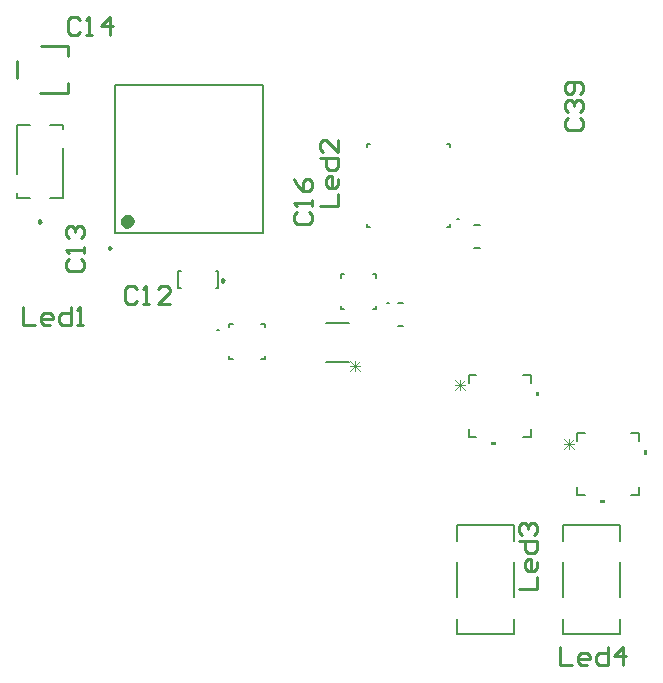
<source format=gto>
G04*
G04 #@! TF.GenerationSoftware,Altium Limited,Altium Designer,21.9.2 (33)*
G04*
G04 Layer_Color=65535*
%FSLAX25Y25*%
%MOIN*%
G70*
G04*
G04 #@! TF.SameCoordinates,B4EE9FE0-2F64-4693-93D6-35106772D84E*
G04*
G04*
G04 #@! TF.FilePolarity,Positive*
G04*
G01*
G75*
%ADD10C,0.00984*%
%ADD11C,0.02362*%
%ADD12C,0.00787*%
%ADD13C,0.00600*%
%ADD14C,0.00500*%
%ADD15C,0.01000*%
%ADD16C,0.00300*%
G36*
X52781Y-40550D02*
X51281D01*
Y-41550D01*
X52781D01*
Y-40550D01*
D02*
G37*
G36*
X66050Y-23813D02*
X67050D01*
Y-25313D01*
X66050D01*
Y-23813D01*
D02*
G37*
G36*
X89031Y-60050D02*
X87532D01*
Y-61050D01*
X89031D01*
Y-60050D01*
D02*
G37*
G36*
X102300Y-43313D02*
X103300D01*
Y-44813D01*
X102300D01*
Y-43313D01*
D02*
G37*
D10*
X-75409Y24000D02*
X-76148Y24426D01*
Y23574D01*
X-75409Y24000D01*
X-37740Y13303D02*
X-38478Y13729D01*
Y12877D01*
X-37740Y13303D01*
X-98898Y32842D02*
X-99636Y33269D01*
Y32416D01*
X-98898Y32842D01*
D11*
X-69012Y33055D02*
X-69456Y33979D01*
X-70456Y34207D01*
X-71257Y33568D01*
Y32543D01*
X-70456Y31904D01*
X-69456Y32132D01*
X-69012Y33055D01*
D12*
X-39500Y-3307D02*
X-40287D01*
X-39500D01*
X40539Y33831D02*
X39752D01*
X40539D01*
X17138Y5760D02*
X16350D01*
X17138D01*
X-74130Y29118D02*
X-24917D01*
X-74130Y78331D02*
X-24917D01*
X-74130Y29118D02*
Y78331D01*
X-24917Y29118D02*
Y78331D01*
X39764Y-104689D02*
Y-99492D01*
Y-104689D02*
X58661D01*
Y-99492D01*
X39764Y-92405D02*
Y-80594D01*
X58661Y-92405D02*
Y-80594D01*
X39764Y-73508D02*
Y-68311D01*
X58661D01*
Y-73508D02*
Y-68311D01*
X94095Y-73508D02*
Y-68311D01*
X75197D02*
X94095D01*
X75197Y-73508D02*
Y-68311D01*
X94095Y-92405D02*
Y-80594D01*
X75197Y-92405D02*
Y-80594D01*
X94095Y-104689D02*
Y-99492D01*
X75197Y-104689D02*
X94095D01*
X75197D02*
Y-99492D01*
X-39906Y10646D02*
Y16354D01*
X-53095D02*
X-52307D01*
X-40693D02*
X-39906D01*
X-53095Y10646D02*
Y16354D01*
Y10646D02*
X-52307D01*
X-40693D02*
X-39906D01*
X-106870Y40815D02*
X-102638D01*
X-95748D02*
X-91516D01*
Y63748D02*
Y65224D01*
Y40815D02*
Y57252D01*
X-106870Y65224D02*
X-102638D01*
X-95748D02*
X-91516D01*
X-106870Y48787D02*
Y65224D01*
Y40815D02*
Y42291D01*
D13*
X43650Y-18150D02*
X46284D01*
X43650Y-38850D02*
X46284D01*
X64350D02*
Y-36215D01*
X61716Y-18150D02*
X64350D01*
X43650Y-20785D02*
Y-18150D01*
Y-38850D02*
Y-36215D01*
X61716Y-38850D02*
X64350D01*
Y-20785D02*
Y-18150D01*
X100600Y-40284D02*
Y-37650D01*
X97966Y-58350D02*
X100600D01*
X79900D02*
Y-55716D01*
Y-40284D02*
Y-37650D01*
X97966D02*
X100600D01*
Y-58350D02*
Y-55716D01*
X79900Y-58350D02*
X82534D01*
X79900Y-37650D02*
X82534D01*
X45561Y24150D02*
X47439D01*
X45561Y31850D02*
X47439D01*
X20061Y5850D02*
X21939D01*
X20061Y-1850D02*
X21939D01*
X-3850Y-1000D02*
X3850D01*
X-3850Y-14000D02*
X3850D01*
D14*
X-36055Y-2323D02*
Y-1142D01*
Y-12953D02*
Y-11772D01*
X-24244Y-2323D02*
Y-1142D01*
Y-12953D02*
Y-11772D01*
X-36055Y-1142D02*
X-34874D01*
X-36055Y-12953D02*
X-34874D01*
X-25425Y-1142D02*
X-24244D01*
X-25425Y-12953D02*
X-24244D01*
X37390Y31075D02*
Y32079D01*
X36386Y31075D02*
X37390D01*
Y57630D02*
Y58634D01*
X36386D02*
X37390D01*
X9831Y57630D02*
Y58634D01*
X10835D01*
X9831Y31075D02*
Y32079D01*
Y31075D02*
X10835D01*
X12905Y3594D02*
Y4776D01*
Y14224D02*
Y15405D01*
X1094Y3594D02*
Y4776D01*
Y14224D02*
Y15405D01*
X11724Y3594D02*
X12905D01*
X11724Y15405D02*
X12905D01*
X1094Y3594D02*
X2276D01*
X1094Y15405D02*
X2276D01*
D15*
X-90004Y75626D02*
Y79169D01*
Y88008D02*
Y91374D01*
X-106736Y80658D02*
Y86520D01*
X-99244Y75626D02*
X-90004D01*
X-98716Y91374D02*
X-90004D01*
X76752Y67249D02*
X75752Y66249D01*
Y64250D01*
X76752Y63250D01*
X80750D01*
X81750Y64250D01*
Y66249D01*
X80750Y67249D01*
X76752Y69248D02*
X75752Y70248D01*
Y72247D01*
X76752Y73247D01*
X77751D01*
X78751Y72247D01*
Y71247D01*
Y72247D01*
X79751Y73247D01*
X80750D01*
X81750Y72247D01*
Y70248D01*
X80750Y69248D01*
Y75246D02*
X81750Y76246D01*
Y78245D01*
X80750Y79245D01*
X76752D01*
X75752Y78245D01*
Y76246D01*
X76752Y75246D01*
X77751D01*
X78751Y76246D01*
Y79245D01*
X60501Y-89496D02*
X66499D01*
Y-85498D01*
Y-80499D02*
Y-82499D01*
X65499Y-83498D01*
X63500D01*
X62500Y-82499D01*
Y-80499D01*
X63500Y-79500D01*
X64500D01*
Y-83498D01*
X60501Y-73502D02*
X66499D01*
Y-76501D01*
X65499Y-77500D01*
X63500D01*
X62500Y-76501D01*
Y-73502D01*
X61501Y-71502D02*
X60501Y-70503D01*
Y-68503D01*
X61501Y-67504D01*
X62500D01*
X63500Y-68503D01*
Y-69503D01*
Y-68503D01*
X64500Y-67504D01*
X65499D01*
X66499Y-68503D01*
Y-70503D01*
X65499Y-71502D01*
X74004Y-109001D02*
Y-114999D01*
X78002D01*
X83001D02*
X81001D01*
X80002Y-113999D01*
Y-112000D01*
X81001Y-111000D01*
X83001D01*
X84000Y-112000D01*
Y-113000D01*
X80002D01*
X89998Y-109001D02*
Y-114999D01*
X86999D01*
X86000Y-113999D01*
Y-112000D01*
X86999Y-111000D01*
X89998D01*
X94997Y-114999D02*
Y-109001D01*
X91998Y-112000D01*
X95996D01*
X-5999Y38216D02*
X-1D01*
Y42215D01*
Y47213D02*
Y45214D01*
X-1001Y44214D01*
X-3000D01*
X-4000Y45214D01*
Y47213D01*
X-3000Y48213D01*
X-2000D01*
Y44214D01*
X-5999Y54211D02*
X-1D01*
Y51212D01*
X-1001Y50212D01*
X-3000D01*
X-4000Y51212D01*
Y54211D01*
X-1Y60209D02*
Y56210D01*
X-4000Y60209D01*
X-4999D01*
X-5999Y59209D01*
Y57210D01*
X-4999Y56210D01*
X-104997Y4499D02*
Y-1499D01*
X-100998D01*
X-96000D02*
X-97999D01*
X-98999Y-499D01*
Y1500D01*
X-97999Y2500D01*
X-96000D01*
X-95000Y1500D01*
Y500D01*
X-98999D01*
X-89002Y4499D02*
Y-1499D01*
X-92001D01*
X-93001Y-499D01*
Y1500D01*
X-92001Y2500D01*
X-89002D01*
X-87003Y-1499D02*
X-85003D01*
X-86003D01*
Y4499D01*
X-87003Y3499D01*
X-13499Y36001D02*
X-14499Y35002D01*
Y33002D01*
X-13499Y32002D01*
X-9501D01*
X-8501Y33002D01*
Y35002D01*
X-9501Y36001D01*
X-8501Y38001D02*
Y40000D01*
Y39000D01*
X-14499D01*
X-13499Y38001D01*
X-14499Y46998D02*
X-13499Y44998D01*
X-11500Y42999D01*
X-9501D01*
X-8501Y43999D01*
Y45998D01*
X-9501Y46998D01*
X-10500D01*
X-11500Y45998D01*
Y42999D01*
X-85999Y99999D02*
X-86998Y100999D01*
X-88998D01*
X-89998Y99999D01*
Y96001D01*
X-88998Y95001D01*
X-86998D01*
X-85999Y96001D01*
X-84000Y95001D02*
X-82000D01*
X-83000D01*
Y100999D01*
X-84000Y99999D01*
X-76002Y95001D02*
Y100999D01*
X-79001Y98000D01*
X-75002D01*
X-89499Y20501D02*
X-90499Y19501D01*
Y17502D01*
X-89499Y16502D01*
X-85501D01*
X-84501Y17502D01*
Y19501D01*
X-85501Y20501D01*
X-84501Y22501D02*
Y24500D01*
Y23500D01*
X-90499D01*
X-89499Y22501D01*
Y27499D02*
X-90499Y28499D01*
Y30498D01*
X-89499Y31498D01*
X-88500D01*
X-87500Y30498D01*
Y29498D01*
Y30498D01*
X-86500Y31498D01*
X-85501D01*
X-84501Y30498D01*
Y28499D01*
X-85501Y27499D01*
X-66999Y10499D02*
X-67998Y11499D01*
X-69998D01*
X-70998Y10499D01*
Y6501D01*
X-69998Y5501D01*
X-67998D01*
X-66999Y6501D01*
X-65000Y5501D02*
X-63000D01*
X-64000D01*
Y11499D01*
X-65000Y10499D01*
X-56002Y5501D02*
X-60001D01*
X-56002Y9500D01*
Y10499D01*
X-57002Y11499D01*
X-59001D01*
X-60001Y10499D01*
D16*
X39200Y-19945D02*
X42532Y-23277D01*
X39200D02*
X42532Y-19945D01*
X39200Y-21611D02*
X42532D01*
X40866Y-23277D02*
Y-19945D01*
X75450Y-39445D02*
X78782Y-42777D01*
X75450D02*
X78782Y-39445D01*
X75450Y-41111D02*
X78782D01*
X77116Y-42777D02*
Y-39445D01*
X7575Y-16804D02*
X4243Y-13472D01*
X7575D02*
X4243Y-16804D01*
X7575Y-15138D02*
X4243D01*
X5909Y-13472D02*
Y-16804D01*
M02*

</source>
